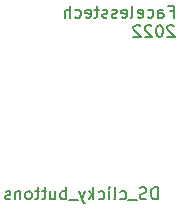
<source format=gbr>
%TF.GenerationSoftware,KiCad,Pcbnew,5.1.9+dfsg1-1*%
%TF.CreationDate,2022-05-26T09:54:06+01:00*%
%TF.ProjectId,ds_lite_clicky_buttons,64735f6c-6974-4655-9f63-6c69636b795f,rev?*%
%TF.SameCoordinates,Original*%
%TF.FileFunction,Legend,Bot*%
%TF.FilePolarity,Positive*%
%FSLAX46Y46*%
G04 Gerber Fmt 4.6, Leading zero omitted, Abs format (unit mm)*
G04 Created by KiCad (PCBNEW 5.1.9+dfsg1-1) date 2022-05-26 09:54:06*
%MOMM*%
%LPD*%
G01*
G04 APERTURE LIST*
%ADD10C,0.150000*%
G04 APERTURE END LIST*
D10*
X150908805Y-88005659D02*
X150861186Y-87958040D01*
X150765948Y-87910420D01*
X150527853Y-87910420D01*
X150432615Y-87958040D01*
X150384996Y-88005659D01*
X150337377Y-88100897D01*
X150337377Y-88196135D01*
X150384996Y-88338992D01*
X150956424Y-88910420D01*
X150337377Y-88910420D01*
X149718329Y-87910420D02*
X149623091Y-87910420D01*
X149527853Y-87958040D01*
X149480234Y-88005659D01*
X149432615Y-88100897D01*
X149384996Y-88291373D01*
X149384996Y-88529468D01*
X149432615Y-88719944D01*
X149480234Y-88815182D01*
X149527853Y-88862801D01*
X149623091Y-88910420D01*
X149718329Y-88910420D01*
X149813567Y-88862801D01*
X149861186Y-88815182D01*
X149908805Y-88719944D01*
X149956424Y-88529468D01*
X149956424Y-88291373D01*
X149908805Y-88100897D01*
X149861186Y-88005659D01*
X149813567Y-87958040D01*
X149718329Y-87910420D01*
X149004043Y-88005659D02*
X148956424Y-87958040D01*
X148861186Y-87910420D01*
X148623091Y-87910420D01*
X148527853Y-87958040D01*
X148480234Y-88005659D01*
X148432615Y-88100897D01*
X148432615Y-88196135D01*
X148480234Y-88338992D01*
X149051662Y-88910420D01*
X148432615Y-88910420D01*
X148051662Y-88005659D02*
X148004043Y-87958040D01*
X147908805Y-87910420D01*
X147670710Y-87910420D01*
X147575472Y-87958040D01*
X147527853Y-88005659D01*
X147480234Y-88100897D01*
X147480234Y-88196135D01*
X147527853Y-88338992D01*
X148099281Y-88910420D01*
X147480234Y-88910420D01*
X149522011Y-102661980D02*
X149522011Y-101661980D01*
X149283916Y-101661980D01*
X149141059Y-101709600D01*
X149045820Y-101804838D01*
X148998201Y-101900076D01*
X148950582Y-102090552D01*
X148950582Y-102233409D01*
X148998201Y-102423885D01*
X149045820Y-102519123D01*
X149141059Y-102614361D01*
X149283916Y-102661980D01*
X149522011Y-102661980D01*
X148569630Y-102614361D02*
X148426773Y-102661980D01*
X148188678Y-102661980D01*
X148093440Y-102614361D01*
X148045820Y-102566742D01*
X147998201Y-102471504D01*
X147998201Y-102376266D01*
X148045820Y-102281028D01*
X148093440Y-102233409D01*
X148188678Y-102185790D01*
X148379154Y-102138171D01*
X148474392Y-102090552D01*
X148522011Y-102042933D01*
X148569630Y-101947695D01*
X148569630Y-101852457D01*
X148522011Y-101757219D01*
X148474392Y-101709600D01*
X148379154Y-101661980D01*
X148141059Y-101661980D01*
X147998201Y-101709600D01*
X147807725Y-102757219D02*
X147045820Y-102757219D01*
X146379154Y-102614361D02*
X146474392Y-102661980D01*
X146664868Y-102661980D01*
X146760106Y-102614361D01*
X146807725Y-102566742D01*
X146855344Y-102471504D01*
X146855344Y-102185790D01*
X146807725Y-102090552D01*
X146760106Y-102042933D01*
X146664868Y-101995314D01*
X146474392Y-101995314D01*
X146379154Y-102042933D01*
X145807725Y-102661980D02*
X145902963Y-102614361D01*
X145950582Y-102519123D01*
X145950582Y-101661980D01*
X145426773Y-102661980D02*
X145426773Y-101995314D01*
X145426773Y-101661980D02*
X145474392Y-101709600D01*
X145426773Y-101757219D01*
X145379154Y-101709600D01*
X145426773Y-101661980D01*
X145426773Y-101757219D01*
X144522011Y-102614361D02*
X144617249Y-102661980D01*
X144807725Y-102661980D01*
X144902963Y-102614361D01*
X144950582Y-102566742D01*
X144998201Y-102471504D01*
X144998201Y-102185790D01*
X144950582Y-102090552D01*
X144902963Y-102042933D01*
X144807725Y-101995314D01*
X144617249Y-101995314D01*
X144522011Y-102042933D01*
X144093440Y-102661980D02*
X144093440Y-101661980D01*
X143998201Y-102281028D02*
X143712487Y-102661980D01*
X143712487Y-101995314D02*
X144093440Y-102376266D01*
X143379154Y-101995314D02*
X143141059Y-102661980D01*
X142902963Y-101995314D02*
X143141059Y-102661980D01*
X143236297Y-102900076D01*
X143283916Y-102947695D01*
X143379154Y-102995314D01*
X142760106Y-102757219D02*
X141998201Y-102757219D01*
X141760106Y-102661980D02*
X141760106Y-101661980D01*
X141760106Y-102042933D02*
X141664868Y-101995314D01*
X141474392Y-101995314D01*
X141379154Y-102042933D01*
X141331535Y-102090552D01*
X141283916Y-102185790D01*
X141283916Y-102471504D01*
X141331535Y-102566742D01*
X141379154Y-102614361D01*
X141474392Y-102661980D01*
X141664868Y-102661980D01*
X141760106Y-102614361D01*
X140426773Y-101995314D02*
X140426773Y-102661980D01*
X140855344Y-101995314D02*
X140855344Y-102519123D01*
X140807725Y-102614361D01*
X140712487Y-102661980D01*
X140569630Y-102661980D01*
X140474392Y-102614361D01*
X140426773Y-102566742D01*
X140093440Y-101995314D02*
X139712487Y-101995314D01*
X139950582Y-101661980D02*
X139950582Y-102519123D01*
X139902963Y-102614361D01*
X139807725Y-102661980D01*
X139712487Y-102661980D01*
X139522011Y-101995314D02*
X139141059Y-101995314D01*
X139379154Y-101661980D02*
X139379154Y-102519123D01*
X139331535Y-102614361D01*
X139236297Y-102661980D01*
X139141059Y-102661980D01*
X138664868Y-102661980D02*
X138760106Y-102614361D01*
X138807725Y-102566742D01*
X138855344Y-102471504D01*
X138855344Y-102185790D01*
X138807725Y-102090552D01*
X138760106Y-102042933D01*
X138664868Y-101995314D01*
X138522011Y-101995314D01*
X138426773Y-102042933D01*
X138379154Y-102090552D01*
X138331535Y-102185790D01*
X138331535Y-102471504D01*
X138379154Y-102566742D01*
X138426773Y-102614361D01*
X138522011Y-102661980D01*
X138664868Y-102661980D01*
X137902963Y-101995314D02*
X137902963Y-102661980D01*
X137902963Y-102090552D02*
X137855344Y-102042933D01*
X137760106Y-101995314D01*
X137617249Y-101995314D01*
X137522011Y-102042933D01*
X137474392Y-102138171D01*
X137474392Y-102661980D01*
X137045820Y-102614361D02*
X136950582Y-102661980D01*
X136760106Y-102661980D01*
X136664868Y-102614361D01*
X136617249Y-102519123D01*
X136617249Y-102471504D01*
X136664868Y-102376266D01*
X136760106Y-102328647D01*
X136902963Y-102328647D01*
X136998201Y-102281028D01*
X137045820Y-102185790D01*
X137045820Y-102138171D01*
X136998201Y-102042933D01*
X136902963Y-101995314D01*
X136760106Y-101995314D01*
X136664868Y-102042933D01*
X150540504Y-86761011D02*
X150873838Y-86761011D01*
X150873838Y-87284820D02*
X150873838Y-86284820D01*
X150397647Y-86284820D01*
X149588123Y-87284820D02*
X149588123Y-86761011D01*
X149635742Y-86665773D01*
X149730980Y-86618154D01*
X149921457Y-86618154D01*
X150016695Y-86665773D01*
X149588123Y-87237201D02*
X149683361Y-87284820D01*
X149921457Y-87284820D01*
X150016695Y-87237201D01*
X150064314Y-87141963D01*
X150064314Y-87046725D01*
X150016695Y-86951487D01*
X149921457Y-86903868D01*
X149683361Y-86903868D01*
X149588123Y-86856249D01*
X148683361Y-87237201D02*
X148778600Y-87284820D01*
X148969076Y-87284820D01*
X149064314Y-87237201D01*
X149111933Y-87189582D01*
X149159552Y-87094344D01*
X149159552Y-86808630D01*
X149111933Y-86713392D01*
X149064314Y-86665773D01*
X148969076Y-86618154D01*
X148778600Y-86618154D01*
X148683361Y-86665773D01*
X147873838Y-87237201D02*
X147969076Y-87284820D01*
X148159552Y-87284820D01*
X148254790Y-87237201D01*
X148302409Y-87141963D01*
X148302409Y-86761011D01*
X148254790Y-86665773D01*
X148159552Y-86618154D01*
X147969076Y-86618154D01*
X147873838Y-86665773D01*
X147826219Y-86761011D01*
X147826219Y-86856249D01*
X148302409Y-86951487D01*
X147254790Y-87284820D02*
X147350028Y-87237201D01*
X147397647Y-87141963D01*
X147397647Y-86284820D01*
X146492885Y-87237201D02*
X146588123Y-87284820D01*
X146778600Y-87284820D01*
X146873838Y-87237201D01*
X146921457Y-87141963D01*
X146921457Y-86761011D01*
X146873838Y-86665773D01*
X146778600Y-86618154D01*
X146588123Y-86618154D01*
X146492885Y-86665773D01*
X146445266Y-86761011D01*
X146445266Y-86856249D01*
X146921457Y-86951487D01*
X146064314Y-87237201D02*
X145969076Y-87284820D01*
X145778600Y-87284820D01*
X145683361Y-87237201D01*
X145635742Y-87141963D01*
X145635742Y-87094344D01*
X145683361Y-86999106D01*
X145778600Y-86951487D01*
X145921457Y-86951487D01*
X146016695Y-86903868D01*
X146064314Y-86808630D01*
X146064314Y-86761011D01*
X146016695Y-86665773D01*
X145921457Y-86618154D01*
X145778600Y-86618154D01*
X145683361Y-86665773D01*
X145254790Y-87237201D02*
X145159552Y-87284820D01*
X144969076Y-87284820D01*
X144873838Y-87237201D01*
X144826219Y-87141963D01*
X144826219Y-87094344D01*
X144873838Y-86999106D01*
X144969076Y-86951487D01*
X145111933Y-86951487D01*
X145207171Y-86903868D01*
X145254790Y-86808630D01*
X145254790Y-86761011D01*
X145207171Y-86665773D01*
X145111933Y-86618154D01*
X144969076Y-86618154D01*
X144873838Y-86665773D01*
X144540504Y-86618154D02*
X144159552Y-86618154D01*
X144397647Y-86284820D02*
X144397647Y-87141963D01*
X144350028Y-87237201D01*
X144254790Y-87284820D01*
X144159552Y-87284820D01*
X143445266Y-87237201D02*
X143540504Y-87284820D01*
X143730980Y-87284820D01*
X143826219Y-87237201D01*
X143873838Y-87141963D01*
X143873838Y-86761011D01*
X143826219Y-86665773D01*
X143730980Y-86618154D01*
X143540504Y-86618154D01*
X143445266Y-86665773D01*
X143397647Y-86761011D01*
X143397647Y-86856249D01*
X143873838Y-86951487D01*
X142540504Y-87237201D02*
X142635742Y-87284820D01*
X142826219Y-87284820D01*
X142921457Y-87237201D01*
X142969076Y-87189582D01*
X143016695Y-87094344D01*
X143016695Y-86808630D01*
X142969076Y-86713392D01*
X142921457Y-86665773D01*
X142826219Y-86618154D01*
X142635742Y-86618154D01*
X142540504Y-86665773D01*
X142111933Y-87284820D02*
X142111933Y-86284820D01*
X141683361Y-87284820D02*
X141683361Y-86761011D01*
X141730980Y-86665773D01*
X141826219Y-86618154D01*
X141969076Y-86618154D01*
X142064314Y-86665773D01*
X142111933Y-86713392D01*
M02*

</source>
